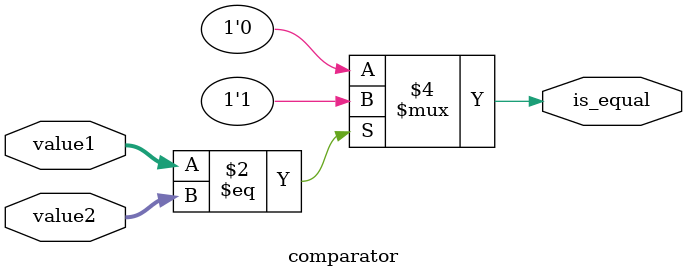
<source format=v>
module comparator #(parameter VALUE_WIDTH = 3)(
    input [VALUE_WIDTH - 1: 0] value1, 
    input [VALUE_WIDTH - 1: 0] value2, 
    output reg is_equal
); 

    always @(*) begin
        if (value1 == value2) is_equal = 1; 
        else is_equal = 0;
    end 
endmodule
</source>
